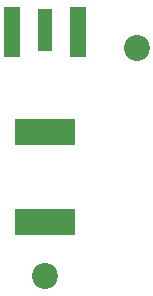
<source format=gbr>
%TF.GenerationSoftware,KiCad,Pcbnew,(6.0.10)*%
%TF.CreationDate,2023-04-04T11:29:01-04:00*%
%TF.ProjectId,Coil_Connector_V3_selfprint,436f696c-5f43-46f6-9e6e-6563746f725f,rev?*%
%TF.SameCoordinates,Original*%
%TF.FileFunction,Soldermask,Top*%
%TF.FilePolarity,Negative*%
%FSLAX46Y46*%
G04 Gerber Fmt 4.6, Leading zero omitted, Abs format (unit mm)*
G04 Created by KiCad (PCBNEW (6.0.10)) date 2023-04-04 11:29:01*
%MOMM*%
%LPD*%
G01*
G04 APERTURE LIST*
%ADD10R,1.270000X3.600000*%
%ADD11R,1.350000X4.200000*%
%ADD12R,5.080000X2.286000*%
%ADD13C,2.200000*%
G04 APERTURE END LIST*
D10*
%TO.C,J1*%
X139050000Y-99785500D03*
D11*
X136225000Y-99985500D03*
X141875000Y-99985500D03*
%TD*%
D12*
%TO.C,L1*%
X139065000Y-108458000D03*
X139065000Y-116078000D03*
%TD*%
D13*
%TO.C,SH*%
X139065000Y-120650000D03*
%TD*%
%TO.C,SH*%
X146812000Y-101346000D03*
%TD*%
M02*

</source>
